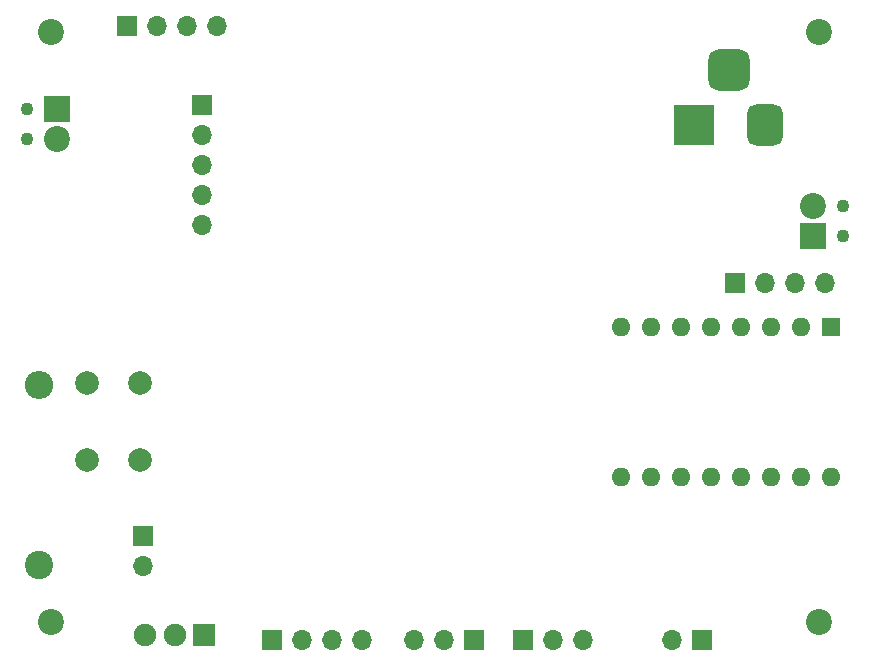
<source format=gbr>
%TF.GenerationSoftware,KiCad,Pcbnew,6.0.10-86aedd382b~118~ubuntu22.10.1*%
%TF.CreationDate,2023-02-12T19:14:21-05:00*%
%TF.ProjectId,WerfenMc,57657266-656e-44d6-932e-6b696361645f,rev?*%
%TF.SameCoordinates,Original*%
%TF.FileFunction,Soldermask,Bot*%
%TF.FilePolarity,Negative*%
%FSLAX46Y46*%
G04 Gerber Fmt 4.6, Leading zero omitted, Abs format (unit mm)*
G04 Created by KiCad (PCBNEW 6.0.10-86aedd382b~118~ubuntu22.10.1) date 2023-02-12 19:14:21*
%MOMM*%
%LPD*%
G01*
G04 APERTURE LIST*
G04 Aperture macros list*
%AMRoundRect*
0 Rectangle with rounded corners*
0 $1 Rounding radius*
0 $2 $3 $4 $5 $6 $7 $8 $9 X,Y pos of 4 corners*
0 Add a 4 corners polygon primitive as box body*
4,1,4,$2,$3,$4,$5,$6,$7,$8,$9,$2,$3,0*
0 Add four circle primitives for the rounded corners*
1,1,$1+$1,$2,$3*
1,1,$1+$1,$4,$5*
1,1,$1+$1,$6,$7*
1,1,$1+$1,$8,$9*
0 Add four rect primitives between the rounded corners*
20,1,$1+$1,$2,$3,$4,$5,0*
20,1,$1+$1,$4,$5,$6,$7,0*
20,1,$1+$1,$6,$7,$8,$9,0*
20,1,$1+$1,$8,$9,$2,$3,0*%
G04 Aperture macros list end*
%ADD10R,1.700000X1.700000*%
%ADD11O,1.700000X1.700000*%
%ADD12C,1.100000*%
%ADD13R,2.200000X2.200000*%
%ADD14C,2.200000*%
%ADD15C,2.400000*%
%ADD16O,2.400000X2.400000*%
%ADD17R,1.600000X1.600000*%
%ADD18O,1.600000X1.600000*%
%ADD19R,3.500000X3.500000*%
%ADD20RoundRect,0.750000X0.750000X1.000000X-0.750000X1.000000X-0.750000X-1.000000X0.750000X-1.000000X0*%
%ADD21RoundRect,0.875000X0.875000X0.875000X-0.875000X0.875000X-0.875000X-0.875000X0.875000X-0.875000X0*%
%ADD22R,1.900000X1.900000*%
%ADD23C,1.900000*%
%ADD24C,2.000000*%
G04 APERTURE END LIST*
D10*
%TO.C,S2*%
X75975000Y-81000000D03*
D11*
X78515000Y-81000000D03*
X81055000Y-81000000D03*
%TD*%
D10*
%TO.C,J1*%
X93900000Y-50800000D03*
D11*
X96440000Y-50800000D03*
X98980000Y-50800000D03*
X101520000Y-50800000D03*
%TD*%
D12*
%TO.C,D9*%
X33960000Y-36000000D03*
X33960000Y-38540000D03*
D13*
X36500000Y-36000000D03*
D14*
X36500000Y-38540000D03*
%TD*%
D10*
%TO.C,Q1*%
X43776453Y-72206402D03*
D11*
X43776453Y-74746402D03*
%TD*%
D14*
%TO.C,H2*%
X101000000Y-79500000D03*
%TD*%
D12*
%TO.C,J6*%
X103000000Y-44230000D03*
X103000000Y-46770000D03*
D13*
X100460000Y-46770000D03*
D14*
X100460000Y-44230000D03*
%TD*%
D15*
%TO.C,R1*%
X35000000Y-74620000D03*
D16*
X35000000Y-59380000D03*
%TD*%
D10*
%TO.C,J5*%
X42400000Y-29000000D03*
D11*
X44940000Y-29000000D03*
X47480000Y-29000000D03*
X50020000Y-29000000D03*
%TD*%
D14*
%TO.C,H4*%
X36000000Y-79500000D03*
%TD*%
D10*
%TO.C,J4*%
X54650000Y-81000000D03*
D11*
X57190000Y-81000000D03*
X59730000Y-81000000D03*
X62270000Y-81000000D03*
%TD*%
D14*
%TO.C,H3*%
X36000000Y-29500000D03*
%TD*%
D17*
%TO.C,A1*%
X102000000Y-54500000D03*
D18*
X99460000Y-54500000D03*
X96920000Y-54500000D03*
X94380000Y-54500000D03*
X91840000Y-54500000D03*
X89300000Y-54500000D03*
X86760000Y-54500000D03*
X84220000Y-54500000D03*
X84220000Y-67200000D03*
X86760000Y-67200000D03*
X89300000Y-67200000D03*
X91840000Y-67200000D03*
X94380000Y-67200000D03*
X96920000Y-67200000D03*
X99460000Y-67200000D03*
X102000000Y-67200000D03*
%TD*%
D10*
%TO.C,S3*%
X71750000Y-81000000D03*
D11*
X69210000Y-81000000D03*
X66670000Y-81000000D03*
%TD*%
D19*
%TO.C,J3*%
X90400000Y-37400000D03*
D20*
X96400000Y-37400000D03*
D21*
X93400000Y-32700000D03*
%TD*%
D14*
%TO.C,H1*%
X101000000Y-29500000D03*
%TD*%
D10*
%TO.C,J2*%
X48750000Y-35675000D03*
D11*
X48750000Y-38215000D03*
X48750000Y-40755000D03*
X48750000Y-43295000D03*
X48750000Y-45835000D03*
%TD*%
D22*
%TO.C,S1*%
X48950000Y-80530000D03*
D23*
X46450000Y-80530000D03*
X43950000Y-80530000D03*
%TD*%
D24*
%TO.C,SW1*%
X39000000Y-65760000D03*
X39000000Y-59260000D03*
X43500000Y-65760000D03*
X43500000Y-59260000D03*
%TD*%
D10*
%TO.C,SW2*%
X91100000Y-81000000D03*
D11*
X88560000Y-81000000D03*
%TD*%
M02*

</source>
